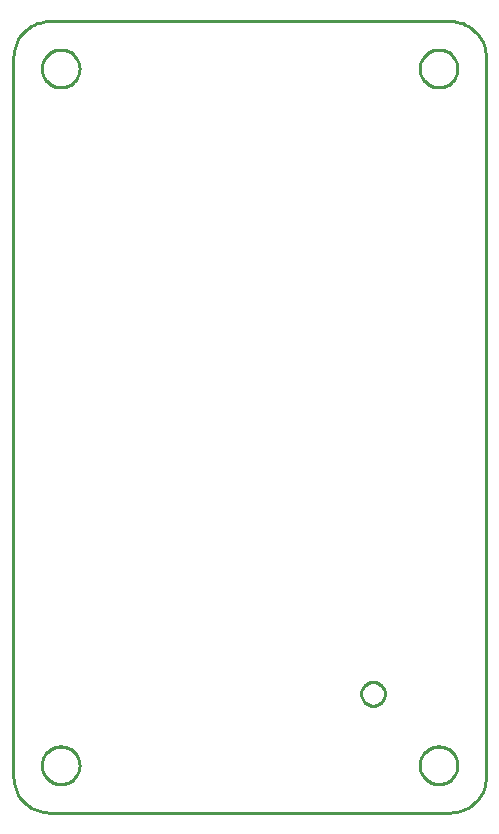
<source format=gbr>
G04 EAGLE Gerber RS-274X export*
G75*
%MOMM*%
%FSLAX34Y34*%
%LPD*%
%IN*%
%IPPOS*%
%AMOC8*
5,1,8,0,0,1.08239X$1,22.5*%
G01*
%ADD10C,0.254000*%


D10*
X0Y30000D02*
X114Y27385D01*
X456Y24791D01*
X1022Y22235D01*
X1809Y19739D01*
X2811Y17321D01*
X4019Y15000D01*
X5425Y12793D01*
X7019Y10716D01*
X8787Y8787D01*
X10716Y7019D01*
X12793Y5425D01*
X15000Y4019D01*
X17321Y2811D01*
X19739Y1809D01*
X22235Y1022D01*
X24791Y456D01*
X27385Y114D01*
X30000Y0D01*
X370000Y0D01*
X372615Y114D01*
X375209Y456D01*
X377765Y1022D01*
X380261Y1809D01*
X382679Y2811D01*
X385000Y4019D01*
X387207Y5425D01*
X389284Y7019D01*
X391213Y8787D01*
X392981Y10716D01*
X394575Y12793D01*
X395981Y15000D01*
X397189Y17321D01*
X398191Y19739D01*
X398978Y22235D01*
X399544Y24791D01*
X399886Y27385D01*
X400000Y30000D01*
X400000Y640000D01*
X399886Y642615D01*
X399544Y645209D01*
X398978Y647765D01*
X398191Y650261D01*
X397189Y652679D01*
X395981Y655000D01*
X394575Y657207D01*
X392981Y659284D01*
X391213Y661213D01*
X389284Y662981D01*
X387207Y664575D01*
X385000Y665981D01*
X382679Y667189D01*
X380261Y668191D01*
X377765Y668978D01*
X375209Y669544D01*
X372615Y669886D01*
X370000Y670000D01*
X30000Y670000D01*
X27385Y669886D01*
X24791Y669544D01*
X22235Y668978D01*
X19739Y668191D01*
X17321Y667189D01*
X15000Y665981D01*
X12793Y664575D01*
X10716Y662981D01*
X8787Y661213D01*
X7019Y659284D01*
X5425Y657207D01*
X4019Y655000D01*
X2811Y652679D01*
X1809Y650261D01*
X1022Y647765D01*
X456Y645209D01*
X114Y642615D01*
X0Y640000D01*
X0Y30000D01*
X376000Y629476D02*
X375932Y628431D01*
X375795Y627392D01*
X375590Y626365D01*
X375319Y625353D01*
X374983Y624361D01*
X374582Y623393D01*
X374118Y622454D01*
X373595Y621546D01*
X373013Y620675D01*
X372375Y619844D01*
X371684Y619057D01*
X370943Y618316D01*
X370156Y617625D01*
X369325Y616988D01*
X368454Y616406D01*
X367546Y615882D01*
X366607Y615418D01*
X365639Y615017D01*
X364647Y614681D01*
X363635Y614410D01*
X362608Y614205D01*
X361569Y614069D01*
X360524Y614000D01*
X359476Y614000D01*
X358431Y614069D01*
X357392Y614205D01*
X356365Y614410D01*
X355353Y614681D01*
X354361Y615017D01*
X353393Y615418D01*
X352454Y615882D01*
X351546Y616406D01*
X350675Y616988D01*
X349844Y617625D01*
X349057Y618316D01*
X348316Y619057D01*
X347625Y619844D01*
X346988Y620675D01*
X346406Y621546D01*
X345882Y622454D01*
X345418Y623393D01*
X345017Y624361D01*
X344681Y625353D01*
X344410Y626365D01*
X344205Y627392D01*
X344069Y628431D01*
X344000Y629476D01*
X344000Y630524D01*
X344069Y631569D01*
X344205Y632608D01*
X344410Y633635D01*
X344681Y634647D01*
X345017Y635639D01*
X345418Y636607D01*
X345882Y637546D01*
X346406Y638454D01*
X346988Y639325D01*
X347625Y640156D01*
X348316Y640943D01*
X349057Y641684D01*
X349844Y642375D01*
X350675Y643013D01*
X351546Y643595D01*
X352454Y644118D01*
X353393Y644582D01*
X354361Y644983D01*
X355353Y645319D01*
X356365Y645590D01*
X357392Y645795D01*
X358431Y645932D01*
X359476Y646000D01*
X360524Y646000D01*
X361569Y645932D01*
X362608Y645795D01*
X363635Y645590D01*
X364647Y645319D01*
X365639Y644983D01*
X366607Y644582D01*
X367546Y644118D01*
X368454Y643595D01*
X369325Y643013D01*
X370156Y642375D01*
X370943Y641684D01*
X371684Y640943D01*
X372375Y640156D01*
X373013Y639325D01*
X373595Y638454D01*
X374118Y637546D01*
X374582Y636607D01*
X374983Y635639D01*
X375319Y634647D01*
X375590Y633635D01*
X375795Y632608D01*
X375932Y631569D01*
X376000Y630524D01*
X376000Y629476D01*
X56000Y629476D02*
X55932Y628431D01*
X55795Y627392D01*
X55590Y626365D01*
X55319Y625353D01*
X54983Y624361D01*
X54582Y623393D01*
X54118Y622454D01*
X53595Y621546D01*
X53013Y620675D01*
X52375Y619844D01*
X51684Y619057D01*
X50943Y618316D01*
X50156Y617625D01*
X49325Y616988D01*
X48454Y616406D01*
X47546Y615882D01*
X46607Y615418D01*
X45639Y615017D01*
X44647Y614681D01*
X43635Y614410D01*
X42608Y614205D01*
X41569Y614069D01*
X40524Y614000D01*
X39476Y614000D01*
X38431Y614069D01*
X37392Y614205D01*
X36365Y614410D01*
X35353Y614681D01*
X34361Y615017D01*
X33393Y615418D01*
X32454Y615882D01*
X31546Y616406D01*
X30675Y616988D01*
X29844Y617625D01*
X29057Y618316D01*
X28316Y619057D01*
X27625Y619844D01*
X26988Y620675D01*
X26406Y621546D01*
X25882Y622454D01*
X25418Y623393D01*
X25017Y624361D01*
X24681Y625353D01*
X24410Y626365D01*
X24205Y627392D01*
X24069Y628431D01*
X24000Y629476D01*
X24000Y630524D01*
X24069Y631569D01*
X24205Y632608D01*
X24410Y633635D01*
X24681Y634647D01*
X25017Y635639D01*
X25418Y636607D01*
X25882Y637546D01*
X26406Y638454D01*
X26988Y639325D01*
X27625Y640156D01*
X28316Y640943D01*
X29057Y641684D01*
X29844Y642375D01*
X30675Y643013D01*
X31546Y643595D01*
X32454Y644118D01*
X33393Y644582D01*
X34361Y644983D01*
X35353Y645319D01*
X36365Y645590D01*
X37392Y645795D01*
X38431Y645932D01*
X39476Y646000D01*
X40524Y646000D01*
X41569Y645932D01*
X42608Y645795D01*
X43635Y645590D01*
X44647Y645319D01*
X45639Y644983D01*
X46607Y644582D01*
X47546Y644118D01*
X48454Y643595D01*
X49325Y643013D01*
X50156Y642375D01*
X50943Y641684D01*
X51684Y640943D01*
X52375Y640156D01*
X53013Y639325D01*
X53595Y638454D01*
X54118Y637546D01*
X54582Y636607D01*
X54983Y635639D01*
X55319Y634647D01*
X55590Y633635D01*
X55795Y632608D01*
X55932Y631569D01*
X56000Y630524D01*
X56000Y629476D01*
X56000Y39476D02*
X55932Y38431D01*
X55795Y37392D01*
X55590Y36365D01*
X55319Y35353D01*
X54983Y34361D01*
X54582Y33393D01*
X54118Y32454D01*
X53595Y31546D01*
X53013Y30675D01*
X52375Y29844D01*
X51684Y29057D01*
X50943Y28316D01*
X50156Y27625D01*
X49325Y26988D01*
X48454Y26406D01*
X47546Y25882D01*
X46607Y25418D01*
X45639Y25017D01*
X44647Y24681D01*
X43635Y24410D01*
X42608Y24205D01*
X41569Y24069D01*
X40524Y24000D01*
X39476Y24000D01*
X38431Y24069D01*
X37392Y24205D01*
X36365Y24410D01*
X35353Y24681D01*
X34361Y25017D01*
X33393Y25418D01*
X32454Y25882D01*
X31546Y26406D01*
X30675Y26988D01*
X29844Y27625D01*
X29057Y28316D01*
X28316Y29057D01*
X27625Y29844D01*
X26988Y30675D01*
X26406Y31546D01*
X25882Y32454D01*
X25418Y33393D01*
X25017Y34361D01*
X24681Y35353D01*
X24410Y36365D01*
X24205Y37392D01*
X24069Y38431D01*
X24000Y39476D01*
X24000Y40524D01*
X24069Y41569D01*
X24205Y42608D01*
X24410Y43635D01*
X24681Y44647D01*
X25017Y45639D01*
X25418Y46607D01*
X25882Y47546D01*
X26406Y48454D01*
X26988Y49325D01*
X27625Y50156D01*
X28316Y50943D01*
X29057Y51684D01*
X29844Y52375D01*
X30675Y53013D01*
X31546Y53595D01*
X32454Y54118D01*
X33393Y54582D01*
X34361Y54983D01*
X35353Y55319D01*
X36365Y55590D01*
X37392Y55795D01*
X38431Y55932D01*
X39476Y56000D01*
X40524Y56000D01*
X41569Y55932D01*
X42608Y55795D01*
X43635Y55590D01*
X44647Y55319D01*
X45639Y54983D01*
X46607Y54582D01*
X47546Y54118D01*
X48454Y53595D01*
X49325Y53013D01*
X50156Y52375D01*
X50943Y51684D01*
X51684Y50943D01*
X52375Y50156D01*
X53013Y49325D01*
X53595Y48454D01*
X54118Y47546D01*
X54582Y46607D01*
X54983Y45639D01*
X55319Y44647D01*
X55590Y43635D01*
X55795Y42608D01*
X55932Y41569D01*
X56000Y40524D01*
X56000Y39476D01*
X376000Y39476D02*
X375932Y38431D01*
X375795Y37392D01*
X375590Y36365D01*
X375319Y35353D01*
X374983Y34361D01*
X374582Y33393D01*
X374118Y32454D01*
X373595Y31546D01*
X373013Y30675D01*
X372375Y29844D01*
X371684Y29057D01*
X370943Y28316D01*
X370156Y27625D01*
X369325Y26988D01*
X368454Y26406D01*
X367546Y25882D01*
X366607Y25418D01*
X365639Y25017D01*
X364647Y24681D01*
X363635Y24410D01*
X362608Y24205D01*
X361569Y24069D01*
X360524Y24000D01*
X359476Y24000D01*
X358431Y24069D01*
X357392Y24205D01*
X356365Y24410D01*
X355353Y24681D01*
X354361Y25017D01*
X353393Y25418D01*
X352454Y25882D01*
X351546Y26406D01*
X350675Y26988D01*
X349844Y27625D01*
X349057Y28316D01*
X348316Y29057D01*
X347625Y29844D01*
X346988Y30675D01*
X346406Y31546D01*
X345882Y32454D01*
X345418Y33393D01*
X345017Y34361D01*
X344681Y35353D01*
X344410Y36365D01*
X344205Y37392D01*
X344069Y38431D01*
X344000Y39476D01*
X344000Y40524D01*
X344069Y41569D01*
X344205Y42608D01*
X344410Y43635D01*
X344681Y44647D01*
X345017Y45639D01*
X345418Y46607D01*
X345882Y47546D01*
X346406Y48454D01*
X346988Y49325D01*
X347625Y50156D01*
X348316Y50943D01*
X349057Y51684D01*
X349844Y52375D01*
X350675Y53013D01*
X351546Y53595D01*
X352454Y54118D01*
X353393Y54582D01*
X354361Y54983D01*
X355353Y55319D01*
X356365Y55590D01*
X357392Y55795D01*
X358431Y55932D01*
X359476Y56000D01*
X360524Y56000D01*
X361569Y55932D01*
X362608Y55795D01*
X363635Y55590D01*
X364647Y55319D01*
X365639Y54983D01*
X366607Y54582D01*
X367546Y54118D01*
X368454Y53595D01*
X369325Y53013D01*
X370156Y52375D01*
X370943Y51684D01*
X371684Y50943D01*
X372375Y50156D01*
X373013Y49325D01*
X373595Y48454D01*
X374118Y47546D01*
X374582Y46607D01*
X374983Y45639D01*
X375319Y44647D01*
X375590Y43635D01*
X375795Y42608D01*
X375932Y41569D01*
X376000Y40524D01*
X376000Y39476D01*
X304063Y110500D02*
X303194Y110424D01*
X302334Y110272D01*
X301490Y110046D01*
X300670Y109748D01*
X299878Y109379D01*
X299122Y108942D01*
X298407Y108441D01*
X297738Y107880D01*
X297120Y107262D01*
X296559Y106593D01*
X296058Y105878D01*
X295621Y105122D01*
X295252Y104330D01*
X294954Y103510D01*
X294728Y102666D01*
X294576Y101807D01*
X294500Y100937D01*
X294500Y100063D01*
X294576Y99194D01*
X294728Y98334D01*
X294954Y97490D01*
X295252Y96670D01*
X295621Y95878D01*
X296058Y95122D01*
X296559Y94407D01*
X297120Y93738D01*
X297738Y93120D01*
X298407Y92559D01*
X299122Y92058D01*
X299878Y91621D01*
X300670Y91252D01*
X301490Y90954D01*
X302334Y90728D01*
X303194Y90576D01*
X304063Y90500D01*
X304937Y90500D01*
X305807Y90576D01*
X306666Y90728D01*
X307510Y90954D01*
X308330Y91252D01*
X309122Y91621D01*
X309878Y92058D01*
X310593Y92559D01*
X311262Y93120D01*
X311880Y93738D01*
X312441Y94407D01*
X312942Y95122D01*
X313379Y95878D01*
X313748Y96670D01*
X314046Y97490D01*
X314272Y98334D01*
X314424Y99194D01*
X314500Y100063D01*
X314500Y100937D01*
X314424Y101807D01*
X314272Y102666D01*
X314046Y103510D01*
X313748Y104330D01*
X313379Y105122D01*
X312942Y105878D01*
X312441Y106593D01*
X311880Y107262D01*
X311262Y107880D01*
X310593Y108441D01*
X309878Y108942D01*
X309122Y109379D01*
X308330Y109748D01*
X307510Y110046D01*
X306666Y110272D01*
X305807Y110424D01*
X304937Y110500D01*
X304063Y110500D01*
M02*

</source>
